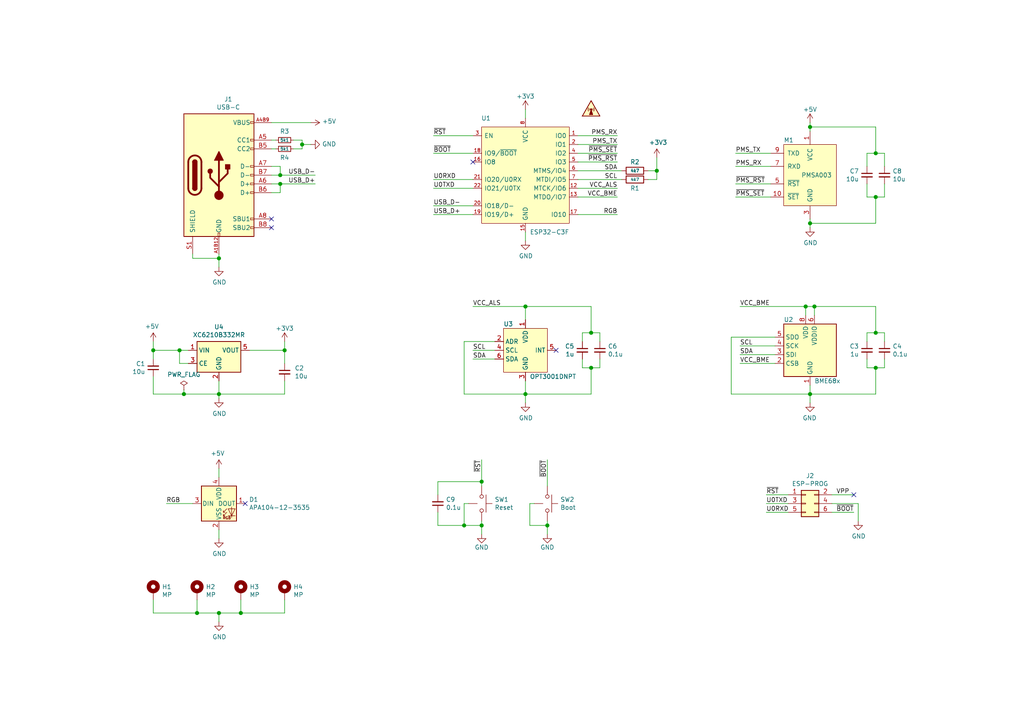
<source format=kicad_sch>
(kicad_sch (version 20210621) (generator eeschema)
  (paper "A4")
  (title_block (title "ESP-PMSA environmental sensor") (date "2021-10-15") (rev "3") (company "neggl.es") (comment 1 "ESP32-C3 version"))
  (lib_symbols
    (symbol "1_My_Symbols:APA104-12-3535" (pin_names (offset 0.254))
      (property "Reference" "D" (at 5.08 5.715 0))
      (property "Value" "APA104-12-3535" (at 1.27 -5.715 0))
      (symbol "APA104-12-3535_0_0"
        (text "RGB" (at 2.286 -4.191 0) (effects (font (size 0.762 0.762))))
      )
      (symbol "APA104-12-3535_0_1"
        (rectangle (start 5.08 5.08) (end -5.08 -5.08) (stroke (width 0.254)) (fill (type background)))
        (polyline (pts (xy 1.27 -3.556) (xy 1.778 -3.556)))
        (polyline (pts (xy 1.27 -2.54) (xy 1.778 -2.54)))
        (polyline (pts (xy 4.699 -3.556) (xy 2.667 -3.556)))
        (polyline (pts (xy 2.286 -2.54) (xy 1.27 -3.556) (xy 1.27 -3.048)))
        (polyline (pts (xy 2.286 -1.524) (xy 1.27 -2.54) (xy 1.27 -2.032)))
        (polyline (pts (xy 3.683 -1.016) (xy 3.683 -3.556) (xy 3.683 -4.064)))
        (polyline (pts (xy 4.699 -1.524) (xy 2.667 -1.524) (xy 3.683 -3.556) (xy 4.699 -1.524)))
      )
      (symbol "APA104-12-3535_1_1"
        (pin output line (at 7.62 0 180) (length 2.54) (name "DOUT") (number "1"))
        (pin power_in line (at 0 -7.62 90) (length 2.54) (name "VSS") (number "2"))
        (pin input line (at -7.62 0 0) (length 2.54) (name "DIN") (number "3"))
        (pin power_in line (at 0 7.62 270) (length 2.54) (name "VDD") (number "4"))
      )
    )
    (symbol "1_My_Symbols:BME688"
      (property "Reference" "U" (at -7.62 8.89 0))
      (property "Value" "BME688" (at 1.27 -8.89 0))
      (symbol "BME688_0_1"
        (rectangle (start -7.62 7.62) (end 7.62 -7.62) (stroke (width 0.254)) (fill (type background)))
      )
      (symbol "BME688_1_1"
        (pin power_in line (at 0 -10.16 90) (length 2.54) (name "GND") (number "1"))
        (pin input line (at 10.16 -3.81 180) (length 2.54) (name "CSB") (number "2"))
        (pin bidirectional line (at 10.16 -1.27 180) (length 2.54) (name "SDI") (number "3"))
        (pin input line (at 10.16 1.27 180) (length 2.54) (name "SCK") (number "4"))
        (pin bidirectional line (at 10.16 3.81 180) (length 2.54) (name "SDO") (number "5"))
        (pin power_in line (at -1.27 10.16 270) (length 2.54) (name "VDDIO") (number "6"))
        (pin power_in line (at 0 -10.16 90) (length 2.54) hide (name "GND") (number "7"))
        (pin power_in line (at 1.27 10.16 270) (length 2.54) (name "VDD") (number "8"))
      )
    )
    (symbol "1_My_Symbols:ESP32-C3F" (pin_names (offset 0.762))
      (property "Reference" "U" (at -12.7 15.24 0))
      (property "Value" "ESP32-C3F" (at 1.27 -15.24 0))
      (symbol "ESP32-C3F_0_0"
        (pin bidirectional line (at -15.24 -8.89 0) (length 2.54) (name "IO18/D-") (number "20"))
        (pin input line (at -15.24 -1.27 0) (length 2.54) (name "IO20/U0RX") (number "21"))
        (pin output line (at -15.24 -3.81 0) (length 2.54) (name "IO21/U0TX") (number "22"))
      )
      (symbol "ESP32-C3F_1_1"
        (rectangle (start -12.7 13.97) (end 12.7 -13.97) (fill (type background)))
        (pin bidirectional line (at 15.24 11.43 180) (length 2.54) (name "IO0") (number "1"))
        (pin no_connect line (at -5.08 11.43 90) (length 2.54) hide (name "NC") (number "10"))
        (pin no_connect line (at -3.81 11.43 90) (length 2.54) hide (name "NC") (number "11"))
        (pin bidirectional line (at 15.24 -3.81 180) (length 2.54) (name "MTCK/IO6") (number "12"))
        (pin bidirectional line (at 15.24 -6.35 180) (length 2.54) (name "MTDO/IO7") (number "13"))
        (pin no_connect line (at -2.54 11.43 90) (length 2.54) hide (name "NC") (number "14"))
        (pin power_in line (at 0 -16.51 90) (length 2.54) (name "GND") (number "15"))
        (pin bidirectional line (at -15.24 3.81 0) (length 2.54) (name "IO8") (number "16"))
        (pin bidirectional line (at 15.24 -11.43 180) (length 2.54) (name "IO10") (number "17"))
        (pin input line (at -15.24 6.35 0) (length 2.54) (name "IO9/~{BOOT}") (number "18"))
        (pin bidirectional line (at -15.24 -11.43 0) (length 2.54) (name "IO19/D+") (number "19"))
        (pin bidirectional line (at 15.24 8.89 180) (length 2.54) (name "IO1") (number "2"))
        (pin input line (at -15.24 11.43 0) (length 2.54) (name "EN") (number "3"))
        (pin bidirectional line (at 15.24 6.35 180) (length 2.54) (name "IO2") (number "4"))
        (pin bidirectional line (at 15.24 3.81 180) (length 2.54) (name "IO3") (number "5"))
        (pin bidirectional line (at 15.24 1.27 180) (length 2.54) (name "MTMS/IO4") (number "6"))
        (pin bidirectional line (at 15.24 -1.27 180) (length 2.54) (name "MTDI/IO5") (number "7"))
        (pin power_in line (at 0 16.51 270) (length 2.54) (name "VCC") (number "8"))
        (pin no_connect line (at -6.35 11.43 90) (length 2.54) hide (name "NC") (number "9"))
      )
    )
    (symbol "1_My_Symbols:OPT3001DNPT"
      (property "Reference" "U" (at -6.35 7.62 0))
      (property "Value" "OPT3001DNPT" (at 2.54 -7.62 0))
      (symbol "OPT3001DNPT_0_1"
        (rectangle (start -6.35 6.35) (end 6.35 -6.35) (fill (type background)))
      )
      (symbol "OPT3001DNPT_1_1"
        (pin power_in line (at 0 8.89 270) (length 2.54) (name "VDD") (number "1"))
        (pin input line (at -8.89 2.54 0) (length 2.54) (name "ADR") (number "2"))
        (pin power_in line (at 0 -8.89 90) (length 2.54) (name "GND") (number "3"))
        (pin input line (at -8.89 0 0) (length 2.54) (name "SCL") (number "4"))
        (pin output line (at 8.89 0 180) (length 2.54) (name "INT") (number "5"))
        (pin bidirectional line (at -8.89 -2.54 0) (length 2.54) (name "SDA") (number "6"))
        (pin power_in line (at 0 -8.89 90) (length 2.54) hide (name "GND") (number "7"))
      )
    )
    (symbol "1_My_Symbols:SW_Push_MP" (pin_numbers hide) (pin_names (offset 1.016) hide)
      (property "Reference" "SW" (at 1.27 2.54 0))
      (property "Value" "SW_Push_MP" (at 0 -1.524 0))
      (symbol "SW_Push_MP_0_1"
        (circle (center -2.032 0) (radius 0.508))
        (circle (center 2.032 0) (radius 0.508))
        (polyline (pts (xy 0 1.27) (xy 0 3.048)))
        (polyline (pts (xy 2.54 1.27) (xy -2.54 1.27)))
        (pin passive line (at -5.08 0 0) (length 2.54) (name "1") (number "1"))
        (pin passive line (at 5.08 0 180) (length 2.54) (name "2") (number "2"))
      )
      (symbol "SW_Push_MP_1_1"
        (pin passive line (at 0 -3.81 90) (length 2.54) (name "MP") (number "MP"))
      )
    )
    (symbol "1_My_Symbols:USB_C_Receptacle_USB2.0_304S-ACP16" (pin_names (offset 1.016))
      (property "Reference" "J" (at -10.16 19.05 0))
      (property "Value" "USB_C_Receptacle_USB2.0_304S-ACP16" (at 19.05 19.05 0))
      (symbol "USB_C_Receptacle_USB2.0_304S-ACP16_0_0"
        (rectangle (start -0.254 -17.78) (end 0.254 -16.764))
        (rectangle (start 10.16 -14.986) (end 9.144 -15.494))
        (rectangle (start 10.16 -12.446) (end 9.144 -12.954))
        (rectangle (start 10.16 -4.826) (end 9.144 -5.334))
        (rectangle (start 10.16 -2.286) (end 9.144 -2.794))
        (rectangle (start 10.16 0.254) (end 9.144 -0.254))
        (rectangle (start 10.16 2.794) (end 9.144 2.286))
        (rectangle (start 10.16 7.874) (end 9.144 7.366))
        (rectangle (start 10.16 10.414) (end 9.144 9.906))
        (rectangle (start 10.16 15.494) (end 9.144 14.986))
      )
      (symbol "USB_C_Receptacle_USB2.0_304S-ACP16_0_1"
        (arc (start -8.89 -3.81) (end -5.08 -3.81) (radius (at -6.985 -3.81) (length 1.905) (angles -179.9 -0.1)) (stroke (width 0.508)))
        (arc (start -7.62 -3.81) (end -6.35 -3.81) (radius (at -6.985 -3.81) (length 0.635) (angles -179.9 -0.1)) (stroke (width 0.254)))
        (arc (start -6.35 3.81) (end -7.62 3.81) (radius (at -6.985 3.81) (length 0.635) (angles 0.1 179.9)) (stroke (width 0.254)))
        (arc (start -5.08 3.81) (end -8.89 3.81) (radius (at -6.985 3.81) (length 1.905) (angles 0.1 179.9)) (stroke (width 0.508)))
        (arc (start -7.62 -3.81) (end -6.35 -3.81) (radius (at -6.985 -3.81) (length 0.635) (angles -179.9 -0.1)) (stroke (width 0.254)) (fill (type outline)))
        (arc (start -6.35 3.81) (end -7.62 3.81) (radius (at -6.985 3.81) (length 0.635) (angles 0.1 179.9)) (stroke (width 0.254)) (fill (type outline)))
        (circle (center -2.54 1.143) (radius 0.635) (stroke (width 0.254)) (fill (type outline)))
        (circle (center 0 -5.842) (radius 1.27) (fill (type outline)))
        (rectangle (start -7.62 -3.81) (end -6.35 3.81) (stroke (width 0.254)) (fill (type outline)))
        (rectangle (start 1.905 1.778) (end 3.175 3.048) (stroke (width 0.254)) (fill (type outline)))
        (rectangle (start -10.16 17.78) (end 10.16 -17.78) (stroke (width 0.254)) (fill (type background)))
        (polyline (pts (xy -8.89 -3.81) (xy -8.89 3.81)) (stroke (width 0.508)))
        (polyline (pts (xy -5.08 3.81) (xy -5.08 -3.81)) (stroke (width 0.508)))
        (polyline (pts (xy 0 -5.842) (xy 0 4.318)) (stroke (width 0.508)))
        (polyline (pts (xy 0 -3.302) (xy -2.54 -0.762) (xy -2.54 0.508)) (stroke (width 0.508)))
        (polyline (pts (xy 0 -2.032) (xy 2.54 0.508) (xy 2.54 1.778)) (stroke (width 0.508)))
        (polyline (pts (xy -1.27 4.318) (xy 0 6.858) (xy 1.27 4.318) (xy -1.27 4.318)) (stroke (width 0.254)) (fill (type outline)))
      )
      (symbol "USB_C_Receptacle_USB2.0_304S-ACP16_1_1"
        (pin passive line (at 0 -22.86 90) (length 5.08) (name "GND") (number "A1B12"))
        (pin passive line (at 15.24 15.24 180) (length 5.08) (name "VBUS") (number "A4B9"))
        (pin bidirectional line (at 15.24 10.16 180) (length 5.08) (name "CC1") (number "A5"))
        (pin bidirectional line (at 15.24 -2.54 180) (length 5.08) (name "D+") (number "A6"))
        (pin bidirectional line (at 15.24 2.54 180) (length 5.08) (name "D-") (number "A7"))
        (pin bidirectional line (at 15.24 -12.7 180) (length 5.08) (name "SBU1") (number "A8"))
        (pin passive line (at 0 -22.86 90) (length 5.08) hide (name "GND") (number "B1A12"))
        (pin passive line (at 15.24 15.24 180) (length 5.08) hide (name "VBUS") (number "B4A9"))
        (pin bidirectional line (at 15.24 7.62 180) (length 5.08) (name "CC2") (number "B5"))
        (pin bidirectional line (at 15.24 -5.08 180) (length 5.08) (name "D+") (number "B6"))
        (pin bidirectional line (at 15.24 0 180) (length 5.08) (name "D-") (number "B7"))
        (pin bidirectional line (at 15.24 -15.24 180) (length 5.08) (name "SBU2") (number "B8"))
        (pin passive line (at -7.62 -22.86 90) (length 5.08) (name "SHIELD") (number "S1"))
      )
    )
    (symbol "2_Collected_Symbols:XC6210B332MR"
      (property "Reference" "U" (at 0 8.89 0))
      (property "Value" "XC6210B332MR" (at 0 6.35 0))
      (symbol "XC6210B332MR_0_1"
        (rectangle (start -6.35 5.08) (end 6.35 -3.81) (stroke (width 0.254)) (fill (type background)))
      )
      (symbol "XC6210B332MR_1_1"
        (pin power_in line (at -8.89 2.54 0) (length 2.54) (name "VIN") (number "1"))
        (pin power_in line (at 0 -6.35 90) (length 2.54) (name "GND") (number "2"))
        (pin input line (at -8.89 -1.27 0) (length 2.54) (name "CE") (number "3"))
        (pin no_connect line (at 3.81 -2.54 0) (length 2.54) hide (name "NC") (number "4"))
        (pin power_out line (at 8.89 2.54 180) (length 2.54) (name "VOUT") (number "5"))
      )
    )
    (symbol "Connector_Generic:Conn_02x03_Odd_Even" (pin_names (offset 1.016) hide)
      (property "Reference" "J" (at 1.27 5.08 0))
      (property "Value" "Conn_02x03_Odd_Even" (at 1.27 -5.08 0))
      (symbol "Conn_02x03_Odd_Even_1_1"
        (rectangle (start -1.27 -2.413) (end 0 -2.667) (stroke (width 0.1524)))
        (rectangle (start -1.27 0.127) (end 0 -0.127) (stroke (width 0.1524)))
        (rectangle (start -1.27 2.667) (end 0 2.413) (stroke (width 0.1524)))
        (rectangle (start 3.81 -2.413) (end 2.54 -2.667) (stroke (width 0.1524)))
        (rectangle (start 3.81 0.127) (end 2.54 -0.127) (stroke (width 0.1524)))
        (rectangle (start 3.81 2.667) (end 2.54 2.413) (stroke (width 0.1524)))
        (rectangle (start -1.27 3.81) (end 3.81 -3.81) (stroke (width 0.254)) (fill (type background)))
        (pin passive line (at -5.08 2.54 0) (length 3.81) (name "Pin_1") (number "1"))
        (pin passive line (at 7.62 2.54 180) (length 3.81) (name "Pin_2") (number "2"))
        (pin passive line (at -5.08 0 0) (length 3.81) (name "Pin_3") (number "3"))
        (pin passive line (at 7.62 0 180) (length 3.81) (name "Pin_4") (number "4"))
        (pin passive line (at -5.08 -2.54 0) (length 3.81) (name "Pin_5") (number "5"))
        (pin passive line (at 7.62 -2.54 180) (length 3.81) (name "Pin_6") (number "6"))
      )
    )
    (symbol "Device:C_Small" (pin_numbers hide) (pin_names (offset 0.254) hide)
      (property "Reference" "C" (at 0.254 1.778 0))
      (property "Value" "C_Small" (at 0.254 -2.032 0))
      (symbol "C_Small_0_1"
        (polyline (pts (xy -1.524 -0.508) (xy 1.524 -0.508)) (stroke (width 0.3302)))
        (polyline (pts (xy -1.524 0.508) (xy 1.524 0.508)) (stroke (width 0.3048)))
      )
      (symbol "C_Small_1_1"
        (pin passive line (at 0 2.54 270) (length 2.032) (name "~") (number "1"))
        (pin passive line (at 0 -2.54 90) (length 2.032) (name "~") (number "2"))
      )
    )
    (symbol "Device:R" (pin_numbers hide) (pin_names (offset 0))
      (property "Reference" "R" (at 2.032 0 90))
      (property "Value" "R" (at 0 0 90))
      (symbol "R_0_1"
        (rectangle (start -1.016 -2.54) (end 1.016 2.54) (stroke (width 0.254)))
      )
      (symbol "R_1_1"
        (pin passive line (at 0 3.81 270) (length 1.27) (name "~") (number "1"))
        (pin passive line (at 0 -3.81 90) (length 1.27) (name "~") (number "2"))
      )
    )
    (symbol "Device:R_Small" (pin_numbers hide) (pin_names (offset 0.254) hide)
      (property "Reference" "R" (at 0.762 0.508 0))
      (property "Value" "R_Small" (at 0.762 -1.016 0))
      (symbol "R_Small_0_1"
        (rectangle (start -0.762 1.778) (end 0.762 -1.778) (stroke (width 0.2032)))
      )
      (symbol "R_Small_1_1"
        (pin passive line (at 0 2.54 270) (length 0.762) (name "~") (number "1"))
        (pin passive line (at 0 -2.54 90) (length 0.762) (name "~") (number "2"))
      )
    )
    (symbol "Graphic:SYM_Radio_Waves_Small" (pin_names (offset 1.016) hide)
      (symbol "SYM_Radio_Waves_Small_0_1"
        (arc (start 0.508 0.254) (end 0.508 -0.254) (radius (at 0 0) (length 0.5588) (angles 26.6 -26.6)))
        (arc (start 0.762 0.508) (end 0.762 -0.508) (radius (at 0 0) (length 0.9144) (angles 33.7 -33.7)))
        (arc (start -0.508 0.254) (end -0.508 -0.254) (radius (at 0 0) (length 0.5588) (angles 153.4 -153.4)))
        (arc (start -0.762 -0.508) (end -0.762 0.508) (radius (at 0 0) (length 0.9144) (angles -146.3 146.3)))
        (circle (center 0 0) (radius 0.254) (fill (type outline)))
        (polyline (pts (xy -0.508 -1.524) (xy 0.508 -1.524) (xy 0 0) (xy -0.508 -1.524)) (fill (type outline)))
        (polyline (pts (xy -2.54 -1.905) (xy 2.54 -1.905) (xy 0 2.54) (xy -2.54 -1.905)) (stroke (width 0.254)) (fill (type background)))
      )
    )
    (symbol "Mechanical:MountingHole_Pad" (pin_numbers hide) (pin_names (offset 1.016) hide)
      (property "Reference" "H" (at 0 6.35 0))
      (property "Value" "MountingHole_Pad" (at 0 4.445 0))
      (symbol "MountingHole_Pad_0_1"
        (circle (center 0 1.27) (radius 1.27) (stroke (width 1.27)))
      )
      (symbol "MountingHole_Pad_1_1"
        (pin input line (at 0 -2.54 90) (length 2.54) (name "1") (number "1"))
      )
    )
    (symbol "esp-pmsa-rescue:PMSA003-1_My_Symbols" (pin_names (offset 1.016))
      (property "Reference" "M" (at 8.89 1.27 0))
      (property "Value" "PMSA003-1_My_Symbols" (at 12.7 -2.54 0))
      (symbol "PMSA003-1_My_Symbols_1_1"
        (rectangle (start -7.62 8.89) (end 7.62 -8.89) (fill (type background)))
        (pin power_in line (at 0 12.7 270) (length 3.81) (name "VCC") (number "1"))
        (pin input line (at -11.43 -6.35 0) (length 3.81) (name "~{SET}") (number "10"))
        (pin power_in line (at 0 12.7 270) (length 3.81) hide (name "VCC") (number "2"))
        (pin power_in line (at 0 -12.7 90) (length 3.81) (name "GND") (number "3"))
        (pin power_in line (at 0 -12.7 90) (length 3.81) hide (name "GND") (number "4"))
        (pin input line (at -11.43 -2.54 0) (length 3.81) (name "~{RST}") (number "5"))
        (pin no_connect line (at 5.08 -6.35 270) (length 3.81) hide (name "NC") (number "6"))
        (pin input line (at -11.43 2.54 0) (length 3.81) (name "RXD") (number "7"))
        (pin no_connect line (at 5.08 -6.35 270) (length 3.81) hide (name "NC") (number "8"))
        (pin output line (at -11.43 6.35 0) (length 3.81) (name "TXD") (number "9"))
      )
    )
    (symbol "power:+3V3" (power) (pin_names (offset 0))
      (property "Value" "+3V3" (at 0 3.556 0))
      (symbol "+3V3_0_1"
        (polyline (pts (xy -0.762 1.27) (xy 0 2.54)))
        (polyline (pts (xy 0 0) (xy 0 2.54)))
        (polyline (pts (xy 0 2.54) (xy 0.762 1.27)))
      )
      (symbol "+3V3_1_1"
        (pin power_in line (at 0 0 90) (length 0) hide (name "+3V3") (number "1"))
      )
    )
    (symbol "power:+5V" (power) (pin_names (offset 0))
      (property "Value" "+5V" (at 0 3.556 0))
      (symbol "+5V_0_1"
        (polyline (pts (xy -0.762 1.27) (xy 0 2.54)))
        (polyline (pts (xy 0 0) (xy 0 2.54)))
        (polyline (pts (xy 0 2.54) (xy 0.762 1.27)))
      )
      (symbol "+5V_1_1"
        (pin power_in line (at 0 0 90) (length 0) hide (name "+5V") (number "1"))
      )
    )
    (symbol "power:GND" (power) (pin_names (offset 0))
      (property "Value" "GND" (at 0 -3.81 0))
      (symbol "GND_0_1"
        (polyline (pts (xy 0 0) (xy 0 -1.27) (xy 1.27 -1.27) (xy 0 -2.54) (xy -1.27 -1.27) (xy 0 -1.27)))
      )
      (symbol "GND_1_1"
        (pin power_in line (at 0 0 270) (length 0) hide (name "GND") (number "1"))
      )
    )
    (symbol "power:PWR_FLAG" (power) (pin_numbers hide) (pin_names (offset 0) hide)
      (property "Value" "PWR_FLAG" (at 0 3.81 0))
      (symbol "PWR_FLAG_0_0"
        (pin power_out line (at 0 0 90) (length 0) (name "pwr") (number "1"))
      )
      (symbol "PWR_FLAG_0_1"
        (polyline (pts (xy 0 0) (xy 0 1.27) (xy -1.016 1.905) (xy 0 2.54) (xy 1.016 1.905) (xy 0 1.27)))
      )
    )
  )
  (junction (at 44.45 101.6) (diameter 1.016))
  (junction (at 52.07 101.6) (diameter 1.016))
  (junction (at 53.34 114.3) (diameter 1.016))
  (junction (at 57.15 177.8) (diameter 1.016))
  (junction (at 63.5 74.93) (diameter 1.016))
  (junction (at 63.5 114.3) (diameter 1.016))
  (junction (at 63.5 177.8) (diameter 1.016))
  (junction (at 69.85 177.8) (diameter 1.016))
  (junction (at 81.28 50.8) (diameter 1.016))
  (junction (at 81.28 53.34) (diameter 1.016))
  (junction (at 82.55 101.6) (diameter 1.016))
  (junction (at 87.63 41.91) (diameter 1.016))
  (junction (at 134.62 152.4) (diameter 1.016))
  (junction (at 139.7 139.7) (diameter 1.016))
  (junction (at 139.7 152.4) (diameter 1.016))
  (junction (at 152.4 88.9) (diameter 1.016))
  (junction (at 152.4 114.3) (diameter 1.016))
  (junction (at 158.75 152.4) (diameter 1.016))
  (junction (at 171.45 96.52) (diameter 1.016))
  (junction (at 171.45 106.68) (diameter 1.016))
  (junction (at 190.5 49.53) (diameter 1.016))
  (junction (at 233.68 88.9) (diameter 1.016))
  (junction (at 234.95 36.83) (diameter 1.016))
  (junction (at 234.95 64.77) (diameter 1.016))
  (junction (at 234.95 114.3) (diameter 1.016))
  (junction (at 236.22 88.9) (diameter 1.016))
  (junction (at 254 44.45) (diameter 1.016))
  (junction (at 254 57.15) (diameter 1.016))
  (junction (at 254 96.52) (diameter 1.016))
  (junction (at 254 106.68) (diameter 1.016))
  (no_connect (at 71.12 146.05))
  (no_connect (at 78.74 63.5))
  (no_connect (at 78.74 66.04))
  (no_connect (at 137.16 46.99))
  (no_connect (at 161.29 101.6))
  (no_connect (at 247.65 143.51))
  (wire (pts (xy 44.45 99.06) (xy 44.45 101.6)))
  (wire (pts (xy 44.45 101.6) (xy 44.45 104.14)))
  (wire (pts (xy 44.45 101.6) (xy 52.07 101.6)))
  (wire (pts (xy 44.45 114.3) (xy 44.45 109.22)))
  (wire (pts (xy 44.45 114.3) (xy 53.34 114.3)))
  (wire (pts (xy 44.45 173.99) (xy 44.45 177.8)))
  (wire (pts (xy 44.45 177.8) (xy 57.15 177.8)))
  (wire (pts (xy 52.07 101.6) (xy 54.61 101.6)))
  (wire (pts (xy 52.07 105.41) (xy 52.07 101.6)))
  (wire (pts (xy 53.34 113.03) (xy 53.34 114.3)))
  (wire (pts (xy 53.34 114.3) (xy 63.5 114.3)))
  (wire (pts (xy 54.61 105.41) (xy 52.07 105.41)))
  (wire (pts (xy 55.88 74.93) (xy 55.88 73.66)))
  (wire (pts (xy 55.88 146.05) (xy 48.26 146.05)))
  (wire (pts (xy 57.15 173.99) (xy 57.15 177.8)))
  (wire (pts (xy 57.15 177.8) (xy 63.5 177.8)))
  (wire (pts (xy 63.5 74.93) (xy 55.88 74.93)))
  (wire (pts (xy 63.5 74.93) (xy 63.5 73.66)))
  (wire (pts (xy 63.5 74.93) (xy 63.5 77.47)))
  (wire (pts (xy 63.5 110.49) (xy 63.5 114.3)))
  (wire (pts (xy 63.5 114.3) (xy 63.5 115.57)))
  (wire (pts (xy 63.5 135.89) (xy 63.5 138.43)))
  (wire (pts (xy 63.5 153.67) (xy 63.5 156.21)))
  (wire (pts (xy 63.5 177.8) (xy 63.5 180.34)))
  (wire (pts (xy 63.5 177.8) (xy 69.85 177.8)))
  (wire (pts (xy 69.85 173.99) (xy 69.85 177.8)))
  (wire (pts (xy 69.85 177.8) (xy 82.55 177.8)))
  (wire (pts (xy 72.39 101.6) (xy 82.55 101.6)))
  (wire (pts (xy 78.74 40.64) (xy 80.01 40.64)))
  (wire (pts (xy 78.74 43.18) (xy 80.01 43.18)))
  (wire (pts (xy 78.74 50.8) (xy 81.28 50.8)))
  (wire (pts (xy 78.74 53.34) (xy 81.28 53.34)))
  (wire (pts (xy 81.28 48.26) (xy 78.74 48.26)))
  (wire (pts (xy 81.28 50.8) (xy 81.28 48.26)))
  (wire (pts (xy 81.28 50.8) (xy 91.44 50.8)))
  (wire (pts (xy 81.28 53.34) (xy 81.28 55.88)))
  (wire (pts (xy 81.28 53.34) (xy 91.44 53.34)))
  (wire (pts (xy 81.28 55.88) (xy 78.74 55.88)))
  (wire (pts (xy 82.55 99.06) (xy 82.55 101.6)))
  (wire (pts (xy 82.55 101.6) (xy 82.55 105.41)))
  (wire (pts (xy 82.55 110.49) (xy 82.55 114.3)))
  (wire (pts (xy 82.55 114.3) (xy 63.5 114.3)))
  (wire (pts (xy 82.55 173.99) (xy 82.55 177.8)))
  (wire (pts (xy 85.09 43.18) (xy 87.63 43.18)))
  (wire (pts (xy 87.63 40.64) (xy 85.09 40.64)))
  (wire (pts (xy 87.63 41.91) (xy 87.63 40.64)))
  (wire (pts (xy 87.63 41.91) (xy 90.17 41.91)))
  (wire (pts (xy 87.63 43.18) (xy 87.63 41.91)))
  (wire (pts (xy 90.17 35.56) (xy 78.74 35.56)))
  (wire (pts (xy 127 139.7) (xy 127 143.51)))
  (wire (pts (xy 127 152.4) (xy 127 148.59)))
  (wire (pts (xy 134.62 99.06) (xy 134.62 114.3)))
  (wire (pts (xy 134.62 114.3) (xy 152.4 114.3)))
  (wire (pts (xy 134.62 146.05) (xy 134.62 152.4)))
  (wire (pts (xy 134.62 152.4) (xy 127 152.4)))
  (wire (pts (xy 135.89 146.05) (xy 134.62 146.05)))
  (wire (pts (xy 137.16 39.37) (xy 125.73 39.37)))
  (wire (pts (xy 137.16 44.45) (xy 125.73 44.45)))
  (wire (pts (xy 137.16 52.07) (xy 125.73 52.07)))
  (wire (pts (xy 137.16 54.61) (xy 125.73 54.61)))
  (wire (pts (xy 137.16 59.69) (xy 125.73 59.69)))
  (wire (pts (xy 137.16 62.23) (xy 125.73 62.23)))
  (wire (pts (xy 137.16 88.9) (xy 152.4 88.9)))
  (wire (pts (xy 139.7 139.7) (xy 127 139.7)))
  (wire (pts (xy 139.7 139.7) (xy 139.7 133.35)))
  (wire (pts (xy 139.7 139.7) (xy 139.7 140.97)))
  (wire (pts (xy 139.7 151.13) (xy 139.7 152.4)))
  (wire (pts (xy 139.7 152.4) (xy 134.62 152.4)))
  (wire (pts (xy 139.7 152.4) (xy 139.7 154.94)))
  (wire (pts (xy 143.51 99.06) (xy 134.62 99.06)))
  (wire (pts (xy 143.51 101.6) (xy 137.16 101.6)))
  (wire (pts (xy 143.51 104.14) (xy 137.16 104.14)))
  (wire (pts (xy 152.4 31.75) (xy 152.4 34.29)))
  (wire (pts (xy 152.4 67.31) (xy 152.4 69.85)))
  (wire (pts (xy 152.4 88.9) (xy 152.4 92.71)))
  (wire (pts (xy 152.4 88.9) (xy 171.45 88.9)))
  (wire (pts (xy 152.4 110.49) (xy 152.4 114.3)))
  (wire (pts (xy 152.4 114.3) (xy 152.4 116.84)))
  (wire (pts (xy 153.67 146.05) (xy 153.67 152.4)))
  (wire (pts (xy 153.67 152.4) (xy 158.75 152.4)))
  (wire (pts (xy 154.94 146.05) (xy 153.67 146.05)))
  (wire (pts (xy 158.75 140.97) (xy 158.75 133.35)))
  (wire (pts (xy 158.75 151.13) (xy 158.75 152.4)))
  (wire (pts (xy 158.75 152.4) (xy 158.75 154.94)))
  (wire (pts (xy 167.64 41.91) (xy 179.07 41.91)))
  (wire (pts (xy 167.64 44.45) (xy 179.07 44.45)))
  (wire (pts (xy 167.64 46.99) (xy 179.07 46.99)))
  (wire (pts (xy 167.64 49.53) (xy 180.34 49.53)))
  (wire (pts (xy 167.64 52.07) (xy 180.34 52.07)))
  (wire (pts (xy 167.64 54.61) (xy 179.07 54.61)))
  (wire (pts (xy 167.64 62.23) (xy 179.07 62.23)))
  (wire (pts (xy 168.91 96.52) (xy 168.91 99.06)))
  (wire (pts (xy 168.91 106.68) (xy 168.91 104.14)))
  (wire (pts (xy 171.45 88.9) (xy 171.45 96.52)))
  (wire (pts (xy 171.45 96.52) (xy 168.91 96.52)))
  (wire (pts (xy 171.45 106.68) (xy 168.91 106.68)))
  (wire (pts (xy 171.45 106.68) (xy 171.45 114.3)))
  (wire (pts (xy 171.45 106.68) (xy 173.99 106.68)))
  (wire (pts (xy 171.45 114.3) (xy 152.4 114.3)))
  (wire (pts (xy 173.99 96.52) (xy 171.45 96.52)))
  (wire (pts (xy 173.99 99.06) (xy 173.99 96.52)))
  (wire (pts (xy 173.99 106.68) (xy 173.99 104.14)))
  (wire (pts (xy 179.07 39.37) (xy 167.64 39.37)))
  (wire (pts (xy 179.07 57.15) (xy 167.64 57.15)))
  (wire (pts (xy 187.96 49.53) (xy 190.5 49.53)))
  (wire (pts (xy 187.96 52.07) (xy 190.5 52.07)))
  (wire (pts (xy 190.5 49.53) (xy 190.5 45.72)))
  (wire (pts (xy 190.5 52.07) (xy 190.5 49.53)))
  (wire (pts (xy 212.09 97.79) (xy 224.79 97.79)))
  (wire (pts (xy 212.09 114.3) (xy 212.09 97.79)))
  (wire (pts (xy 213.36 48.26) (xy 223.52 48.26)))
  (wire (pts (xy 213.36 57.15) (xy 223.52 57.15)))
  (wire (pts (xy 214.63 88.9) (xy 233.68 88.9)))
  (wire (pts (xy 214.63 100.33) (xy 224.79 100.33)))
  (wire (pts (xy 214.63 102.87) (xy 224.79 102.87)))
  (wire (pts (xy 223.52 44.45) (xy 213.36 44.45)))
  (wire (pts (xy 223.52 53.34) (xy 213.36 53.34)))
  (wire (pts (xy 224.79 105.41) (xy 214.63 105.41)))
  (wire (pts (xy 228.6 143.51) (xy 222.25 143.51)))
  (wire (pts (xy 228.6 146.05) (xy 222.25 146.05)))
  (wire (pts (xy 228.6 148.59) (xy 222.25 148.59)))
  (wire (pts (xy 233.68 88.9) (xy 233.68 91.44)))
  (wire (pts (xy 233.68 88.9) (xy 236.22 88.9)))
  (wire (pts (xy 234.95 35.56) (xy 234.95 36.83)))
  (wire (pts (xy 234.95 36.83) (xy 234.95 38.1)))
  (wire (pts (xy 234.95 36.83) (xy 254 36.83)))
  (wire (pts (xy 234.95 63.5) (xy 234.95 64.77)))
  (wire (pts (xy 234.95 64.77) (xy 234.95 66.04)))
  (wire (pts (xy 234.95 111.76) (xy 234.95 114.3)))
  (wire (pts (xy 234.95 114.3) (xy 212.09 114.3)))
  (wire (pts (xy 234.95 114.3) (xy 234.95 116.84)))
  (wire (pts (xy 236.22 88.9) (xy 236.22 91.44)))
  (wire (pts (xy 241.3 143.51) (xy 247.65 143.51)))
  (wire (pts (xy 241.3 146.05) (xy 248.92 146.05)))
  (wire (pts (xy 241.3 148.59) (xy 247.65 148.59)))
  (wire (pts (xy 248.92 146.05) (xy 248.92 151.13)))
  (wire (pts (xy 251.46 44.45) (xy 251.46 48.26)))
  (wire (pts (xy 251.46 53.34) (xy 251.46 57.15)))
  (wire (pts (xy 251.46 57.15) (xy 254 57.15)))
  (wire (pts (xy 251.46 96.52) (xy 254 96.52)))
  (wire (pts (xy 251.46 99.06) (xy 251.46 96.52)))
  (wire (pts (xy 251.46 104.14) (xy 251.46 106.68)))
  (wire (pts (xy 251.46 106.68) (xy 254 106.68)))
  (wire (pts (xy 254 36.83) (xy 254 44.45)))
  (wire (pts (xy 254 44.45) (xy 251.46 44.45)))
  (wire (pts (xy 254 44.45) (xy 256.54 44.45)))
  (wire (pts (xy 254 57.15) (xy 254 64.77)))
  (wire (pts (xy 254 64.77) (xy 234.95 64.77)))
  (wire (pts (xy 254 88.9) (xy 236.22 88.9)))
  (wire (pts (xy 254 96.52) (xy 254 88.9)))
  (wire (pts (xy 254 106.68) (xy 254 114.3)))
  (wire (pts (xy 254 106.68) (xy 256.54 106.68)))
  (wire (pts (xy 254 114.3) (xy 234.95 114.3)))
  (wire (pts (xy 256.54 44.45) (xy 256.54 48.26)))
  (wire (pts (xy 256.54 53.34) (xy 256.54 57.15)))
  (wire (pts (xy 256.54 57.15) (xy 254 57.15)))
  (wire (pts (xy 256.54 96.52) (xy 254 96.52)))
  (wire (pts (xy 256.54 99.06) (xy 256.54 96.52)))
  (wire (pts (xy 256.54 106.68) (xy 256.54 104.14)))
  (label "RGB" (at 48.26 146.05 0))
  (label "USB_D-" (at 91.44 50.8 180))
  (label "USB_D+" (at 91.44 53.34 180))
  (label "~{RST}" (at 125.73 39.37 0))
  (label "~{BOOT}" (at 125.73 44.45 0))
  (label "U0RXD" (at 125.73 52.07 0))
  (label "U0TXD" (at 125.73 54.61 0))
  (label "USB_D-" (at 125.73 59.69 0))
  (label "USB_D+" (at 125.73 62.23 0))
  (label "VCC_ALS" (at 137.16 88.9 0))
  (label "SCL" (at 137.16 101.6 0))
  (label "SDA" (at 137.16 104.14 0))
  (label "~{RST}" (at 139.7 133.35 270))
  (label "~{BOOT}" (at 158.75 133.35 270))
  (label "PMS_RX" (at 179.07 39.37 180))
  (label "PMS_TX" (at 179.07 41.91 180))
  (label "~{PMS_SET}" (at 179.07 44.45 180))
  (label "~{PMS_RST}" (at 179.07 46.99 180))
  (label "SDA" (at 179.07 49.53 180))
  (label "SCL" (at 179.07 52.07 180))
  (label "VCC_ALS" (at 179.07 54.61 180))
  (label "VCC_BME" (at 179.07 57.15 180))
  (label "RGB" (at 179.07 62.23 180))
  (label "PMS_TX" (at 213.36 44.45 0))
  (label "PMS_RX" (at 213.36 48.26 0))
  (label "~{PMS_RST}" (at 213.36 53.34 0))
  (label "~{PMS_SET}" (at 213.36 57.15 0))
  (label "VCC_BME" (at 214.63 88.9 0))
  (label "SCL" (at 214.63 100.33 0))
  (label "SDA" (at 214.63 102.87 0))
  (label "VCC_BME" (at 214.63 105.41 0))
  (label "~{RST}" (at 222.25 143.51 0))
  (label "U0TXD" (at 222.25 146.05 0))
  (label "U0RXD" (at 222.25 148.59 0))
  (label "VPP" (at 246.38 143.51 180))
  (label "~{BOOT}" (at 247.65 148.59 180))
  (symbol (lib_id "power:+5V") (at 44.45 99.06 0) (mirror y) (unit 1)
    (property "Reference" "#PWR04" (effects hide))
    (property "Value" "+5V" (at 44.069 94.6658 0))
  )
  (symbol (lib_id "power:+5V") (at 63.5 135.89 0) (mirror y) (unit 1)
    (property "Reference" "#PWR0105" (effects hide))
    (property "Value" "+5V" (at 63.119 131.4958 0))
  )
  (symbol (lib_id "power:+3V3") (at 82.55 99.06 0) (unit 1)
    (property "Reference" "#PWR05" (effects hide))
    (property "Value" "+3V3" (at 82.55 95.25 0))
  )
  (symbol (lib_id "power:+5V") (at 90.17 35.56 270) (mirror x) (unit 1)
    (property "Reference" "#PWR014" (effects hide))
    (property "Value" "+5V" (at 93.4212 35.179 90) (effects (justify left)))
  )
  (symbol (lib_id "power:+3V3") (at 152.4 31.75 0) (unit 1)
    (property "Reference" "#PWR03" (effects hide))
    (property "Value" "+3V3" (at 152.4 27.94 0))
  )
  (symbol (lib_id "power:+3V3") (at 190.5 45.72 0) (unit 1)
    (property "Reference" "#PWR0102" (effects hide))
    (property "Value" "+3V3" (at 190.881 41.3258 0))
  )
  (symbol (lib_id "power:+5V") (at 234.95 35.56 0) (unit 1)
    (property "Reference" "#PWR01" (effects hide))
    (property "Value" "+5V" (at 234.95 31.75 0))
  )
  (symbol (lib_id "power:PWR_FLAG") (at 53.34 113.03 0) (unit 1)
    (property "Reference" "#FLG03" (effects hide))
    (property "Value" "PWR_FLAG" (at 53.34 108.6358 0))
  )
  (symbol (lib_id "power:GND") (at 63.5 77.47 0) (unit 1)
    (property "Reference" "#PWR013" (effects hide))
    (property "Value" "GND" (at 63.627 81.8642 0))
  )
  (symbol (lib_id "power:GND") (at 63.5 115.57 0) (unit 1)
    (property "Reference" "#PWR011" (effects hide))
    (property "Value" "GND" (at 63.627 119.9642 0))
  )
  (symbol (lib_id "power:GND") (at 63.5 156.21 0) (unit 1)
    (property "Reference" "#PWR0104" (effects hide))
    (property "Value" "GND" (at 63.627 160.6042 0))
  )
  (symbol (lib_id "power:GND") (at 63.5 180.34 0) (unit 1)
    (property "Reference" "#PWR08" (effects hide))
    (property "Value" "GND" (at 63.627 184.7342 0))
  )
  (symbol (lib_id "power:GND") (at 90.17 41.91 90) (unit 1)
    (property "Reference" "#PWR09" (effects hide))
    (property "Value" "GND" (at 93.4212 41.783 90) (effects (justify right)))
  )
  (symbol (lib_id "power:GND") (at 139.7 154.94 0) (unit 1)
    (property "Reference" "#PWR0103" (effects hide))
    (property "Value" "GND" (at 139.7 158.75 0))
  )
  (symbol (lib_id "power:GND") (at 152.4 69.85 0) (unit 1)
    (property "Reference" "#PWR07" (effects hide))
    (property "Value" "GND" (at 152.527 74.2442 0))
  )
  (symbol (lib_id "power:GND") (at 152.4 116.84 0) (unit 1)
    (property "Reference" "#PWR010" (effects hide))
    (property "Value" "GND" (at 152.527 121.2342 0))
  )
  (symbol (lib_id "power:GND") (at 158.75 154.94 0) (unit 1)
    (property "Reference" "#PWR0101" (effects hide))
    (property "Value" "GND" (at 158.75 158.75 0))
  )
  (symbol (lib_id "power:GND") (at 234.95 66.04 0) (unit 1)
    (property "Reference" "#PWR02" (effects hide))
    (property "Value" "GND" (at 235.077 70.4342 0))
  )
  (symbol (lib_id "power:GND") (at 234.95 116.84 0) (mirror y) (unit 1)
    (property "Reference" "#PWR06" (effects hide))
    (property "Value" "GND" (at 234.823 121.2342 0))
  )
  (symbol (lib_id "power:GND") (at 248.92 151.13 0) (unit 1)
    (property "Reference" "#PWR012" (effects hide))
    (property "Value" "GND" (at 249.047 155.5242 0))
  )
  (symbol (lib_id "Device:R_Small") (at 82.55 40.64 270) (unit 1)
    (property "Reference" "R3" (at 82.55 38.1 90))
    (property "Value" "5k1" (at 82.55 40.64 90) (effects (font (size 0.889 0.889) bold)))
    (property "Footprint" "Resistor_SMD:R_0402_1005Metric" (effects hide))
    (property "LCSC" "C25905" (effects hide))
  )
  (symbol (lib_id "Device:R_Small") (at 82.55 43.18 270) (unit 1)
    (property "Reference" "R4" (at 82.55 45.72 90))
    (property "Value" "5k1" (at 82.55 43.18 90) (effects (font (size 0.889 0.889) bold)))
    (property "Footprint" "Resistor_SMD:R_0402_1005Metric" (effects hide))
    (property "LCSC" "C25905" (effects hide))
  )
  (symbol (lib_id "Device:R") (at 184.15 49.53 270) (unit 1)
    (property "Reference" "R2" (at 184.15 46.99 90))
    (property "Value" "4k7" (at 184.15 49.53 90) (effects (font (size 0.889 0.889) bold)))
    (property "Footprint" "Resistor_SMD:R_0402_1005Metric" (effects hide))
    (property "LCSC" "C25900" (effects hide))
  )
  (symbol (lib_id "Device:R") (at 184.15 52.07 270) (unit 1)
    (property "Reference" "R1" (at 184.15 54.61 90))
    (property "Value" "4k7" (at 184.15 52.07 90) (effects (font (size 0.889 0.889) bold)))
    (property "Footprint" "Resistor_SMD:R_0402_1005Metric" (effects hide))
    (property "LCSC" "C25900" (effects hide))
  )
  (symbol (lib_id "Device:C_Small") (at 44.45 106.68 180) (unit 1)
    (property "Reference" "C1" (at 42.1386 105.5116 0) (effects (justify left)))
    (property "Value" "10u" (at 42.1386 107.823 0) (effects (justify left)))
    (property "Footprint" "Capacitor_SMD:C_0402_1005Metric" (effects hide))
    (property "LCSC" "C15525" (effects hide))
    (property "MPN" "CL05A106MQ5NUNC" (effects hide))
    (property "Manufacturer" "Samsung Electro-Mechanics" (effects hide))
  )
  (symbol (lib_id "Device:C_Small") (at 82.55 107.95 0) (unit 1)
    (property "Reference" "C2" (at 85.471 106.7816 0) (effects (justify left)))
    (property "Value" "10u" (at 85.471 109.093 0) (effects (justify left)))
    (property "Footprint" "Capacitor_SMD:C_0402_1005Metric" (effects hide))
    (property "LCSC" "C15525" (effects hide))
    (property "MPN" "CL05A106MQ5NUNC" (effects hide))
    (property "Manufacturer" "Samsung Electro-Mechanics" (effects hide))
  )
  (symbol (lib_id "Device:C_Small") (at 127 146.05 180) (unit 1)
    (property "Reference" "C9" (at 129.3368 144.8816 0) (effects (justify right)))
    (property "Value" "0.1u" (at 129.3368 147.193 0) (effects (justify right)))
    (property "Footprint" "Capacitor_SMD:C_0402_1005Metric" (effects hide))
    (property "LCSC" "C1525" (effects hide))
    (property "Manufacturer" "Samsung Electro-Mechanics" (effects hide))
    (property "MPN" "CL05B104KO5NNNC" (effects hide))
  )
  (symbol (lib_id "Device:C_Small") (at 168.91 101.6 0) (unit 1)
    (property "Reference" "C5" (at 166.5732 100.4316 0) (effects (justify right)))
    (property "Value" "1u" (at 166.5732 102.743 0) (effects (justify right)))
    (property "Footprint" "Capacitor_SMD:C_0402_1005Metric" (effects hide))
    (property "LCSC" "C52923" (effects hide))
    (property "Manufacturer" "Samsung Electro-Mechanics" (effects hide))
    (property "MPN" "CL05A105KA5NQNC" (effects hide))
  )
  (symbol (lib_id "Device:C_Small") (at 173.99 101.6 0) (mirror y) (unit 1)
    (property "Reference" "C6" (at 176.3268 100.4316 0) (effects (justify right)))
    (property "Value" "0.1u" (at 176.3268 102.743 0) (effects (justify right)))
    (property "Footprint" "Capacitor_SMD:C_0402_1005Metric" (effects hide))
    (property "LCSC" "C1525" (effects hide))
    (property "Manufacturer" "Samsung Electro-Mechanics" (effects hide))
    (property "MPN" "CL05B104KO5NNNC" (effects hide))
  )
  (symbol (lib_id "Device:C_Small") (at 251.46 50.8 0) (unit 1)
    (property "Reference" "C7" (at 249.1232 49.6316 0) (effects (justify right)))
    (property "Value" "10u" (at 249.1232 51.943 0) (effects (justify right)))
    (property "Footprint" "Capacitor_SMD:C_0603_1608Metric_Pad1.05x0.95mm_HandSolder" (effects hide))
    (property "LCSC" "C19702" (effects hide))
    (property "MPN" "CL10A106KP8NNNC" (effects hide))
    (property "Manufacturer" "Samsung Electro-Mechanics" (effects hide))
  )
  (symbol (lib_id "Device:C_Small") (at 251.46 101.6 0) (unit 1)
    (property "Reference" "C3" (at 249.1232 100.4316 0) (effects (justify right)))
    (property "Value" "1u" (at 249.1232 102.743 0) (effects (justify right)))
    (property "Footprint" "Capacitor_SMD:C_0402_1005Metric" (effects hide))
    (property "LCSC" "C52923" (effects hide))
    (property "Manufacturer" "Samsung Electro-Mechanics" (effects hide))
    (property "MPN" "CL05A105KA5NQNC" (effects hide))
  )
  (symbol (lib_id "Device:C_Small") (at 256.54 50.8 0) (unit 1)
    (property "Reference" "C8" (at 258.8768 49.6316 0) (effects (justify left)))
    (property "Value" "10u" (at 258.8768 51.943 0) (effects (justify left)))
    (property "Footprint" "Capacitor_SMD:C_0603_1608Metric_Pad1.05x0.95mm_HandSolder" (effects hide))
    (property "LCSC" "C19702" (effects hide))
    (property "MPN" "CL10A106KP8NNNC" (effects hide))
    (property "Manufacturer" "Samsung Electro-Mechanics" (effects hide))
  )
  (symbol (lib_id "Device:C_Small") (at 256.54 101.6 0) (unit 1)
    (property "Reference" "C4" (at 258.8768 100.4316 0) (effects (justify left)))
    (property "Value" "0.1u" (at 258.8768 102.743 0) (effects (justify left)))
    (property "Footprint" "Capacitor_SMD:C_0402_1005Metric" (effects hide))
    (property "LCSC" "C1525" (effects hide))
    (property "Manufacturer" "Samsung Electro-Mechanics" (effects hide))
    (property "MPN" "CL05B104KO5NNNC" (effects hide))
  )
  (symbol (lib_id "Mechanical:MountingHole_Pad") (at 44.45 171.45 0) (unit 1) (in_bom no)
    (property "Reference" "H1" (at 46.99 170.2054 0) (effects (justify left)))
    (property "Value" "MP" (at 46.99 172.5168 0) (effects (justify left)))
    (property "Footprint" "MountingHole:MountingHole_2.2mm_M2_DIN965_Pad_TopBottom" (effects hide))
  )
  (symbol (lib_id "Mechanical:MountingHole_Pad") (at 57.15 171.45 0) (unit 1) (in_bom no)
    (property "Reference" "H2" (at 59.69 170.2054 0) (effects (justify left)))
    (property "Value" "MP" (at 59.69 172.5168 0) (effects (justify left)))
    (property "Footprint" "MountingHole:MountingHole_2.2mm_M2_DIN965_Pad_TopBottom" (effects hide))
  )
  (symbol (lib_id "Mechanical:MountingHole_Pad") (at 69.85 171.45 0) (unit 1) (in_bom no)
    (property "Reference" "H3" (at 72.39 170.2054 0) (effects (justify left)))
    (property "Value" "MP" (at 72.39 172.5168 0) (effects (justify left)))
    (property "Footprint" "MountingHole:MountingHole_2.2mm_M2_DIN965_Pad_TopBottom" (effects hide))
  )
  (symbol (lib_id "Mechanical:MountingHole_Pad") (at 82.55 171.45 0) (unit 1) (in_bom no)
    (property "Reference" "H4" (at 85.09 170.2054 0) (effects (justify left)))
    (property "Value" "MP" (at 85.09 172.5168 0) (effects (justify left)))
    (property "Footprint" "MountingHole:MountingHole_2.2mm_M2_DIN965_Pad_TopBottom" (effects hide))
  )
  (symbol (lib_id "Graphic:SYM_Radio_Waves_Small") (at 171.45 31.75 0) (unit 1) (in_bom no)
    (property "Reference" "LOGO1" (effects hide))
    (property "Value" "neggles logo" (effects hide))
    (property "Footprint" "10-My-Footprints:neggle-logo-0.12" (effects hide))
  )
  (symbol (lib_id "1_My_Symbols:SW_Push_MP") (at 139.7 146.05 270) (mirror x) (unit 1)
    (property "Reference" "SW1" (at 143.4592 144.8816 90) (effects (justify left)))
    (property "Value" "Reset" (at 143.4592 147.193 90) (effects (justify left)))
    (property "Footprint" "41-EasyEDA-Edits:SW-SMD_SKSLLAE010-3D" (effects hide))
    (property "LCSC" "C139802" (effects hide))
    (property "MPN" "SKSLLAE010" (effects hide))
    (property "Manufacturer" "ALPS Alpine" (effects hide))
  )
  (symbol (lib_id "1_My_Symbols:SW_Push_MP") (at 158.75 146.05 270) (mirror x) (unit 1)
    (property "Reference" "SW2" (at 162.5092 144.8816 90) (effects (justify left)))
    (property "Value" "Boot" (at 162.5092 147.193 90) (effects (justify left)))
    (property "Footprint" "41-EasyEDA-Edits:SW-SMD_SKSLLAE010-3D" (effects hide))
    (property "LCSC" "C139802" (effects hide))
    (property "MPN" "SKSLLAE010" (effects hide))
    (property "Manufacturer" "ALPS Alpine" (effects hide))
  )
  (symbol (lib_id "Connector_Generic:Conn_02x03_Odd_Even") (at 233.68 146.05 0) (unit 1)
    (property "Reference" "J2" (at 234.95 137.9982 0))
    (property "Value" "ESP-PROG" (at 234.95 140.3096 0))
    (property "Footprint" "11-My-Edits:TC2030_IDCBox_2x03_P1.25mm_Vertical_3D" (effects hide))
  )
  (symbol (lib_id "2_Collected_Symbols:XC6210B332MR") (at 63.5 104.14 0) (unit 1)
    (property "Reference" "U4" (at 63.5 94.8182 0))
    (property "Value" "XC6210B332MR" (at 63.5 97.1296 0))
    (property "Footprint" "Package_TO_SOT_SMD:SOT-23-5" (effects hide))
    (property "Datasheet" "https://www.torexsemi.com/file/xc6220/XC6220.pdf" (effects hide))
    (property "JLCPCB_CORRECTION" "0;0;-180" (effects hide))
    (property "LCSC" "C47719" (effects hide))
  )
  (symbol (lib_id "1_My_Symbols:APA104-12-3535") (at 63.5 146.05 0) (unit 1)
    (property "Reference" "D1" (at 72.2376 144.8816 0) (effects (justify left)))
    (property "Value" "APA104-12-3535" (at 72.2376 147.193 0) (effects (justify left)))
    (property "Footprint" "21-SnapEDA-zip:LED_APA104-12-3535" (effects hide))
  )
  (symbol (lib_id "1_My_Symbols:OPT3001DNPT") (at 152.4 101.6 0) (unit 1)
    (property "Reference" "U3" (at 146.05 93.98 0) (effects (justify left)))
    (property "Value" "OPT3001DNPT" (at 153.67 109.22 0) (effects (justify left)))
    (property "Footprint" "11-My-Edits:MultiALS-LTR303-TIOPT3K" (effects hide))
    (property "Datasheet" "http://www.ti.com/general/docs/suppproductinfo.tsp?distId=10&gotoUrl=http%3A%2F%2Fwww.ti.com%2Flit%2Fgpn%2Fopt3001" (effects hide))
    (property "LCSC" "C90462" (effects hide))
  )
  (symbol (lib_id "1_My_Symbols:BME688") (at 234.95 101.6 0) (mirror y) (unit 1)
    (property "Reference" "U2" (at 227.33 92.71 0) (effects (justify right)))
    (property "Value" "BME68x" (at 236.22 110.49 0) (effects (justify right)))
    (property "Footprint" "11-My-Edits:Bosch_LGA-8_3x3mm_P0.8mm_ClockwisePinNumbering" (effects hide))
    (property "Datasheet" "https://ae-bst.resource.bosch.com/media/_tech/media/datasheets/BST-BME680-DS001.pdf" (effects hide))
    (property "LCSC" "C125972" (effects hide))
  )
  (symbol (lib_id "esp-pmsa-rescue:PMSA003-1_My_Symbols") (at 234.95 50.8 0) (unit 1)
    (property "Reference" "M1" (at 227.33 40.64 0) (effects (justify left)))
    (property "Value" "PMSA003" (at 232.41 50.8 0) (effects (justify left)))
    (property "Footprint" "12-Collected-Footprints:PMSA003" (effects hide))
    (property "LCSC" "C124396" (effects hide))
  )
  (symbol (lib_id "1_My_Symbols:ESP32-C3F") (at 152.4 50.8 0) (unit 1)
    (property "Reference" "U1" (at 140.97 34.29 0))
    (property "Value" "ESP32-C3F" (at 153.67 67.31 0) (effects (justify left)))
    (property "Footprint" "11-My-Edits:ESP-12H" (effects hide))
  )
  (symbol (lib_id "1_My_Symbols:USB_C_Receptacle_USB2.0_304S-ACP16") (at 63.5 50.8 0) (unit 1)
    (property "Reference" "J1" (at 66.2178 28.7782 0))
    (property "Value" "USB-C" (at 66.2178 31.0896 0))
    (property "Footprint" "41-EasyEDA-Edits:USB-C-SMD_TYPEC-304S-ACP16" (effects hide))
    (property "Datasheet" "https://www.usb.org/sites/default/files/documents/usb_type-c.zip" (effects hide))
    (property "LCSC" "C720630" (effects hide))
  )
)
</source>
